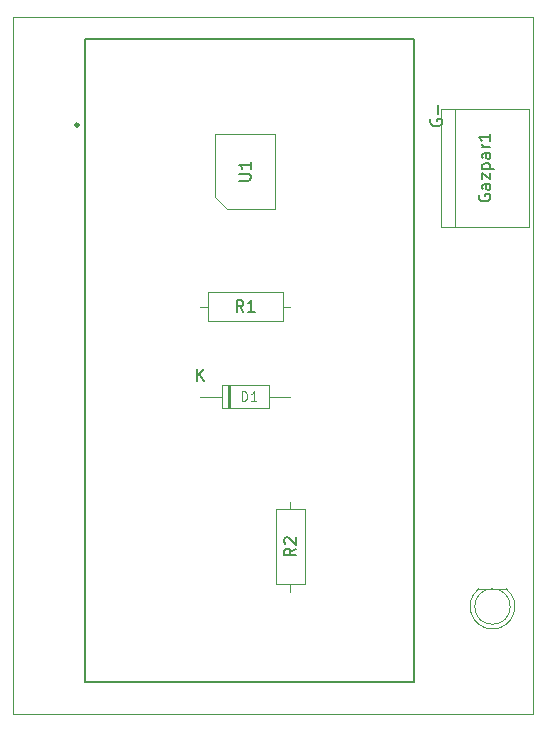
<source format=gbr>
%TF.GenerationSoftware,KiCad,Pcbnew,6.0.10+dfsg-1~bpo11+1*%
%TF.CreationDate,2023-02-14T21:12:36+00:00*%
%TF.ProjectId,Gazpar,47617a70-6172-42e6-9b69-6361645f7063,rev?*%
%TF.SameCoordinates,Original*%
%TF.FileFunction,AssemblyDrawing,Top*%
%FSLAX45Y45*%
G04 Gerber Fmt 4.5, Leading zero omitted, Abs format (unit mm)*
G04 Created by KiCad (PCBNEW 6.0.10+dfsg-1~bpo11+1) date 2023-02-14 21:12:36*
%MOMM*%
%LPD*%
G01*
G04 APERTURE LIST*
%TA.AperFunction,Profile*%
%ADD10C,0.050000*%
%TD*%
%ADD11C,0.150000*%
%ADD12C,0.120000*%
%ADD13C,0.100000*%
%ADD14C,0.127000*%
%ADD15C,0.280000*%
G04 APERTURE END LIST*
D10*
X15000000Y-4100000D02*
X15000000Y-10000000D01*
X15000000Y-4100000D02*
X19400000Y-4100000D01*
X19400000Y-4100000D02*
X19400000Y-10000000D01*
X15000000Y-10000000D02*
X19400000Y-10000000D01*
D11*
X16558059Y-7175238D02*
X16558059Y-7075238D01*
X16615202Y-7175238D02*
X16572345Y-7118095D01*
X16615202Y-7075238D02*
X16558059Y-7132381D01*
D12*
X16936202Y-7346190D02*
X16936202Y-7266190D01*
X16955250Y-7266190D01*
X16966679Y-7270000D01*
X16974298Y-7277619D01*
X16978107Y-7285238D01*
X16981917Y-7300476D01*
X16981917Y-7311905D01*
X16978107Y-7327143D01*
X16974298Y-7334762D01*
X16966679Y-7342381D01*
X16955250Y-7346190D01*
X16936202Y-7346190D01*
X17058107Y-7346190D02*
X17012393Y-7346190D01*
X17035250Y-7346190D02*
X17035250Y-7266190D01*
X17027631Y-7277619D01*
X17020012Y-7285238D01*
X17012393Y-7289048D01*
D11*
X16948583Y-6593238D02*
X16915250Y-6545619D01*
X16891440Y-6593238D02*
X16891440Y-6493238D01*
X16929536Y-6493238D01*
X16939060Y-6498000D01*
X16943821Y-6502762D01*
X16948583Y-6512286D01*
X16948583Y-6526571D01*
X16943821Y-6536095D01*
X16939060Y-6540857D01*
X16929536Y-6545619D01*
X16891440Y-6545619D01*
X17043821Y-6593238D02*
X16986679Y-6593238D01*
X17015250Y-6593238D02*
X17015250Y-6493238D01*
X17005726Y-6507524D01*
X16996202Y-6517048D01*
X16986679Y-6521809D01*
X16909988Y-5481190D02*
X16990940Y-5481190D01*
X17000464Y-5476429D01*
X17005226Y-5471667D01*
X17009988Y-5462143D01*
X17009988Y-5443095D01*
X17005226Y-5433571D01*
X17000464Y-5428810D01*
X16990940Y-5424048D01*
X16909988Y-5424048D01*
X17009988Y-5324048D02*
X17009988Y-5381190D01*
X17009988Y-5352619D02*
X16909988Y-5352619D01*
X16924274Y-5362143D01*
X16933798Y-5371667D01*
X16938560Y-5381190D01*
X18535500Y-4963214D02*
X18530738Y-4972738D01*
X18530738Y-4987024D01*
X18535500Y-5001310D01*
X18545024Y-5010833D01*
X18554548Y-5015595D01*
X18573595Y-5020357D01*
X18587881Y-5020357D01*
X18606929Y-5015595D01*
X18616452Y-5010833D01*
X18625976Y-5001310D01*
X18630738Y-4987024D01*
X18630738Y-4977500D01*
X18625976Y-4963214D01*
X18621214Y-4958452D01*
X18587881Y-4958452D01*
X18587881Y-4977500D01*
X18592643Y-4915595D02*
X18592643Y-4839405D01*
X18943500Y-5600571D02*
X18938738Y-5610095D01*
X18938738Y-5624381D01*
X18943500Y-5638667D01*
X18953024Y-5648190D01*
X18962548Y-5652952D01*
X18981595Y-5657714D01*
X18995881Y-5657714D01*
X19014929Y-5652952D01*
X19024452Y-5648190D01*
X19033976Y-5638667D01*
X19038738Y-5624381D01*
X19038738Y-5614857D01*
X19033976Y-5600571D01*
X19029214Y-5595809D01*
X18995881Y-5595809D01*
X18995881Y-5614857D01*
X19038738Y-5510095D02*
X18986357Y-5510095D01*
X18976833Y-5514857D01*
X18972071Y-5524381D01*
X18972071Y-5543429D01*
X18976833Y-5552952D01*
X19033976Y-5510095D02*
X19038738Y-5519619D01*
X19038738Y-5543429D01*
X19033976Y-5552952D01*
X19024452Y-5557714D01*
X19014929Y-5557714D01*
X19005405Y-5552952D01*
X19000643Y-5543429D01*
X19000643Y-5519619D01*
X18995881Y-5510095D01*
X18972071Y-5472000D02*
X18972071Y-5419619D01*
X19038738Y-5472000D01*
X19038738Y-5419619D01*
X18972071Y-5381524D02*
X19072071Y-5381524D01*
X18976833Y-5381524D02*
X18972071Y-5372000D01*
X18972071Y-5352952D01*
X18976833Y-5343429D01*
X18981595Y-5338667D01*
X18991119Y-5333905D01*
X19019690Y-5333905D01*
X19029214Y-5338667D01*
X19033976Y-5343429D01*
X19038738Y-5352952D01*
X19038738Y-5372000D01*
X19033976Y-5381524D01*
X19038738Y-5248190D02*
X18986357Y-5248190D01*
X18976833Y-5252952D01*
X18972071Y-5262476D01*
X18972071Y-5281524D01*
X18976833Y-5291048D01*
X19033976Y-5248190D02*
X19038738Y-5257714D01*
X19038738Y-5281524D01*
X19033976Y-5291048D01*
X19024452Y-5295810D01*
X19014929Y-5295810D01*
X19005405Y-5291048D01*
X19000643Y-5281524D01*
X19000643Y-5257714D01*
X18995881Y-5248190D01*
X19038738Y-5200571D02*
X18972071Y-5200571D01*
X18991119Y-5200571D02*
X18981595Y-5195810D01*
X18976833Y-5191048D01*
X18972071Y-5181524D01*
X18972071Y-5172000D01*
X19038738Y-5086286D02*
X19038738Y-5143429D01*
X19038738Y-5114857D02*
X18938738Y-5114857D01*
X18953024Y-5124381D01*
X18962548Y-5133905D01*
X18967310Y-5143429D01*
X17391488Y-8596667D02*
X17343869Y-8630000D01*
X17391488Y-8653810D02*
X17291488Y-8653810D01*
X17291488Y-8615714D01*
X17296250Y-8606190D01*
X17301012Y-8601429D01*
X17310536Y-8596667D01*
X17324821Y-8596667D01*
X17334345Y-8601429D01*
X17339107Y-8606190D01*
X17343869Y-8615714D01*
X17343869Y-8653810D01*
X17301012Y-8558571D02*
X17296250Y-8553810D01*
X17291488Y-8544286D01*
X17291488Y-8520476D01*
X17296250Y-8510952D01*
X17301012Y-8506190D01*
X17310536Y-8501429D01*
X17320060Y-8501429D01*
X17334345Y-8506190D01*
X17391488Y-8563333D01*
X17391488Y-8501429D01*
D13*
X19173619Y-8938000D02*
X18940381Y-8938000D01*
X18940452Y-8937945D02*
G75*
G03*
X19173619Y-8938000I116548J-150056D01*
G01*
X19207000Y-9088000D02*
G75*
G03*
X19207000Y-9088000I-150000J0D01*
G01*
X17346250Y-7310000D02*
X17165250Y-7310000D01*
X16765250Y-7410000D02*
X17165250Y-7410000D01*
X16584250Y-7310000D02*
X16765250Y-7310000D01*
X17165250Y-7210000D02*
X16765250Y-7210000D01*
X17165250Y-7410000D02*
X17165250Y-7210000D01*
X16825250Y-7210000D02*
X16825250Y-7410000D01*
X16765250Y-7210000D02*
X16765250Y-7410000D01*
X16835250Y-7210000D02*
X16835250Y-7410000D01*
X16815250Y-7210000D02*
X16815250Y-7410000D01*
D14*
X18395000Y-9725000D02*
X15605000Y-9725000D01*
X18395000Y-4285000D02*
X18395000Y-9725000D01*
X15605000Y-4285000D02*
X18395000Y-4285000D01*
X15605000Y-9725000D02*
X15605000Y-4285000D01*
D15*
X15554000Y-5010000D02*
G75*
G03*
X15554000Y-5010000I-14000J0D01*
G01*
X15554000Y-5010000D02*
G75*
G03*
X15554000Y-5010000I-14000J0D01*
G01*
D13*
X16584250Y-6548000D02*
X16650250Y-6548000D01*
X16650250Y-6673000D02*
X17280250Y-6673000D01*
X17346250Y-6548000D02*
X17280250Y-6548000D01*
X16650250Y-6423000D02*
X16650250Y-6673000D01*
X17280250Y-6423000D02*
X16650250Y-6423000D01*
X17280250Y-6673000D02*
X17280250Y-6423000D01*
X17218750Y-5087500D02*
X17218750Y-5722500D01*
X16810750Y-5722500D02*
X16710750Y-5622500D01*
X16710750Y-5622500D02*
X16710750Y-5087500D01*
X17218750Y-5722500D02*
X16810750Y-5722500D01*
X16710750Y-5087500D02*
X17218750Y-5087500D01*
X18618500Y-4872000D02*
X18618500Y-5872000D01*
X18618500Y-5872000D02*
X19368500Y-5872000D01*
X19368500Y-5872000D02*
X19368500Y-4872000D01*
X19368500Y-4872000D02*
X18618500Y-4872000D01*
X18738500Y-4877000D02*
X18738500Y-5867000D01*
X17471250Y-8895000D02*
X17471250Y-8265000D01*
X17346250Y-8199000D02*
X17346250Y-8265000D01*
X17471250Y-8265000D02*
X17221250Y-8265000D01*
X17221250Y-8265000D02*
X17221250Y-8895000D01*
X17346250Y-8961000D02*
X17346250Y-8895000D01*
X17221250Y-8895000D02*
X17471250Y-8895000D01*
M02*

</source>
